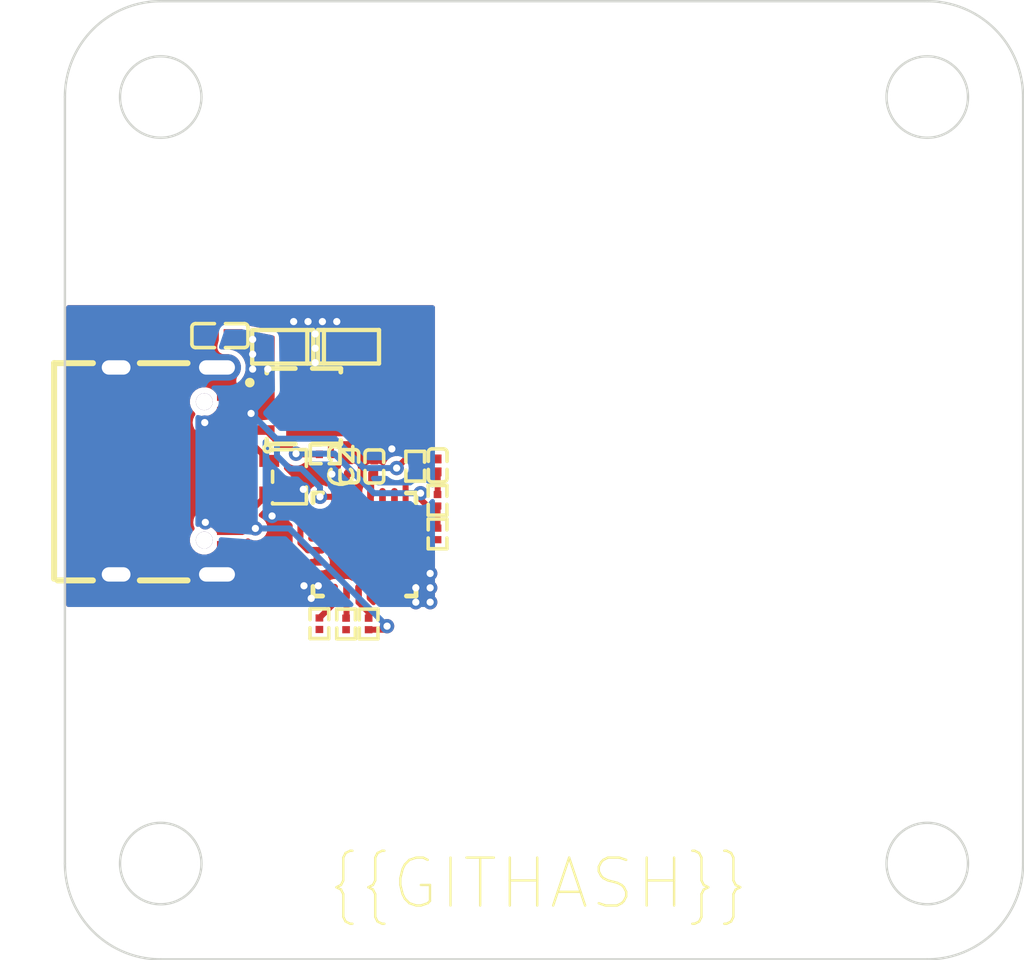
<source format=kicad_pcb>
(kicad_pcb (version 20240108) (generator "pcbnew") (generator_version "8.0")
  (layers (0 "F.Cu" signal) (31 "B.Cu" signal) (34 "B.Paste" user) (35 "F.Paste" user) (36 "B.SilkS" user "B.Silkscreen") (37 "F.SilkS" user "F.Silkscreen") (38 "B.Mask" user) (39 "F.Mask" user) (44 "Edge.Cuts" user))
  (net 0 "")
  (net 1 "USB1-3")
  (net 2 "USB1-9")
  (net 3 "USB1-5-USB1-7")
  (net 4 "USB1-6-USB1-8")
  (net 5 "U1-14")
  (net 6 "U1-3")
  (net 7 "U1-17")
  (net 8 "U1-19")
  (net 9 "U1-15")
  (net 10 "U1-20")
  (net 11 "U1-11")
  (net 12 "GND")
  (net 13 "VBUS")
  (net 14 "CC1")
  (net 15 "CC2")
  (net 16 "VREG_1V2")
  (net 17 "VREG_2V7")
  (net 18 "VSINK_VCC")
  (net 19 "R1-2-U1-9")
  (net 20 "R2-2-R3-2")
  (net 21 "R4-2-U1-18")
  (net 22 "Q1-4-R5-1-R6-1-R7-1")
  (net 23 "R6-2-U1-16")
  (net 24 "C2-1-R7-2")
  (net 25 "I2C_SCL")
  (net 26 "I2C_SDA")
  (footprint "lcsc:R0201" (layer "F.Cu") (at 144.908021 100.349183 -90)
    (property "Reference" "R6" (hide yes))
    (property "Value" "22.1kΩ ±1% 50mW")
    (fp_line (start -0.62 0.39) (end -0.62 -0.39) (stroke (width 0.15)) (layer "F.SilkS"))
    (fp_line (start -0.17 0.39) (end -0.62 0.39) (stroke (width 0.15)) (layer "F.SilkS"))
    (fp_line (start 0.17 0.39) (end 0.62 0.39) (stroke (width 0.15)) (layer "F.SilkS"))
    (fp_line (start 0.62 0.39) (end 0.62 -0.39) (stroke (width 0.15)) (layer "F.SilkS"))
    (fp_line (start -0.62 -0.39) (end -0.17 -0.39) (stroke (width 0.15)) (layer "F.SilkS"))
    (fp_line (start 0.62 -0.39) (end 0.17 -0.39) (stroke (width 0.15)) (layer "F.SilkS"))
    (pad "1" smd rect (at -0.24 0 270) (size 0.3 0.32) (layers "F.Cu" "F.Paste" "F.Mask") (net 22 "Q1-4-R5-1-R6-1-R7-1"))
    (pad "2" smd rect (at 0.24 0 270) (size 0.3 0.32) (layers "F.Cu" "F.Paste" "F.Mask") (net 23 "R6-2-U1-16"))
  )
  (footprint "lcsc:USB-C-SMD_TYPE-C-6PIN-2MD-073" (layer "F.Cu") (at 133.87 97.72 -90)
    (property "Reference" "USB1" (hide yes))
    (property "Value" "TYPE_C_16PIN_2MD073")
    (fp_line (start -4.5 4.97) (end -4.5 3.35) (stroke (width 0.25)) (layer "F.SilkS"))
    (fp_line (start 4.5 4.97) (end -4.5 4.97) (stroke (width 0.25)) (layer "F.SilkS"))
    (fp_line (start 4.57 4.82) (end 4.57 3.35) (stroke (width 0.25)) (layer "F.SilkS"))
    (fp_line (start -4.5 1.39) (end -4.5 -0.6) (stroke (width 0.25)) (layer "F.SilkS"))
    (fp_line (start 4.57 1.39) (end 4.57 -0.6) (stroke (width 0.25)) (layer "F.SilkS"))
    (pad "" thru_hole circle (at -2.89 -1.3 270) (size 0.7 0.7) (drill 0.7) (layers "*.Cu" "*.Mask"))
    (pad "" thru_hole circle (at 2.89 -1.3 270) (size 0.7 0.7) (drill 0.7) (layers "*.Cu" "*.Mask"))
    (pad "1" smd rect (at -3.2 -2.38 270) (size 0.55 1.1) (layers "F.Cu" "F.Paste" "F.Mask") (net 12 "GND"))
    (pad "2" smd rect (at -2.4 -2.38 270) (size 0.55 1.1) (layers "F.Cu" "F.Paste" "F.Mask") (net 13 "VBUS"))
    (pad "3" smd rect (at -1.75 -2.38 270) (size 0.3 1.1) (layers "F.Cu" "F.Paste" "F.Mask") (net 1 "USB1-3"))
    (pad "4" smd rect (at -1.25 -2.38 270) (size 0.3 1.1) (layers "F.Cu" "F.Paste" "F.Mask") (net 14 "CC1"))
    (pad "5" smd rect (at -0.75 -2.38 270) (size 0.3 1.1) (layers "F.Cu" "F.Paste" "F.Mask") (net 3 "USB1-5-USB1-7"))
    (pad "6" smd rect (at -0.25 -2.38 270) (size 0.3 1.1) (layers "F.Cu" "F.Paste" "F.Mask") (net 4 "USB1-6-USB1-8"))
    (pad "7" smd rect (at 0.25 -2.38 270) (size 0.3 1.1) (layers "F.Cu" "F.Paste" "F.Mask") (net 3 "USB1-5-USB1-7"))
    (pad "8" smd rect (at 0.75 -2.38 270) (size 0.3 1.1) (layers "F.Cu" "F.Paste" "F.Mask") (net 4 "USB1-6-USB1-8"))
    (pad "9" smd rect (at 1.25 -2.38 270) (size 0.3 1.1) (layers "F.Cu" "F.Paste" "F.Mask") (net 2 "USB1-9"))
    (pad "10" smd rect (at 1.75 -2.38 270) (size 0.3 1.1) (layers "F.Cu" "F.Paste" "F.Mask") (net 15 "CC2"))
    (pad "11" smd rect (at 2.4 -2.38 270) (size 0.55 1.1) (layers "F.Cu" "F.Paste" "F.Mask") (net 13 "VBUS"))
    (pad "12" smd rect (at 3.2 -2.38 270) (size 0.55 1.1) (layers "F.Cu" "F.Paste" "F.Mask") (net 12 "GND"))
    (pad "13" thru_hole oval (at -4.32 -1.83 270) (size 1.1 2) (drill oval 0.599999 1.499997) (layers "*.Cu" "*.Mask") (net 12 "GND"))
    (pad "13" thru_hole oval (at -4.32 2.38 270) (size 1.2 1.8) (drill oval 0.599999 1.199998) (layers "*.Cu" "*.Mask") (net 12 "GND"))
    (pad "14" thru_hole oval (at 4.32 -1.83 270) (size 1.1 2) (drill oval 0.599999 1.500022) (layers "*.Cu" "*.Mask") (net 12 "GND"))
    (pad "14" thru_hole oval (at 4.32 2.38 270) (size 1.2 1.8) (drill oval 0.599999 1.199998) (layers "*.Cu" "*.Mask") (net 12 "GND"))
  )
  (footprint "lcsc:QFN-24_L4.0-W4.0-P0.50-BL-EP2.8" (layer "F.Cu") (at 141.858748 100.781953 -90)
    (property "Reference" "U1" (hide yes))
    (property "Value" "STUSB4500QTR")
    (fp_line (start -2.14 2.15) (end -2.14 1.75) (stroke (width 0.2)) (layer "F.SilkS"))
    (fp_line (start -1.74 2.15) (end -2.14 2.15) (stroke (width 0.2)) (layer "F.SilkS"))
    (fp_line (start 2.16 2.15) (end 1.76 2.15) (stroke (width 0.2)) (layer "F.SilkS"))
    (fp_line (start 2.16 1.75) (end 2.16 2.15) (stroke (width 0.2)) (layer "F.SilkS"))
    (fp_line (start -2.14 -1.75) (end -2.14 -2.15) (stroke (width 0.2)) (layer "F.SilkS"))
    (fp_line (start 2.16 -1.75) (end 2.16 -2.15) (stroke (width 0.2)) (layer "F.SilkS"))
    (fp_line (start -2.14 -2.15) (end -1.74 -2.15) (stroke (width 0.2)) (layer "F.SilkS"))
    (fp_line (start 2.16 -2.15) (end 1.76 -2.15) (stroke (width 0.2)) (layer "F.SilkS"))
    (pad "1" smd oval (at -1.25 2 90) (size 0.28 0.7) (layers "F.Cu" "F.Paste" "F.Mask") (net 14 "CC1"))
    (pad "2" smd oval (at -0.75 2 90) (size 0.28 0.7) (layers "F.Cu" "F.Paste" "F.Mask") (net 14 "CC1"))
    (pad "3" smd oval (at -0.25 2 90) (size 0.28 0.7) (layers "F.Cu" "F.Paste" "F.Mask") (net 6 "U1-3"))
    (pad "4" smd oval (at 0.25 2 90) (size 0.28 0.7) (layers "F.Cu" "F.Paste" "F.Mask") (net 15 "CC2"))
    (pad "5" smd oval (at 0.75 2 90) (size 0.28 0.7) (layers "F.Cu" "F.Paste" "F.Mask") (net 15 "CC2"))
    (pad "6" smd oval (at 1.25 2 90) (size 0.28 0.7) (layers "F.Cu" "F.Paste" "F.Mask") (net 12 "GND"))
    (pad "7" smd oval (at 2 1.25) (size 0.28 0.7) (layers "F.Cu" "F.Paste" "F.Mask") (net 25 "I2C_SCL"))
    (pad "8" smd oval (at 2 0.75) (size 0.28 0.7) (layers "F.Cu" "F.Paste" "F.Mask") (net 26 "I2C_SDA"))
    (pad "9" smd oval (at 2 0.25) (size 0.28 0.7) (layers "F.Cu" "F.Paste" "F.Mask") (net 19 "R1-2-U1-9"))
    (pad "10" smd oval (at 2 -0.25) (size 0.28 0.7) (layers "F.Cu" "F.Paste" "F.Mask") (net 12 "GND"))
    (pad "11" smd oval (at 2 -0.75) (size 0.28 0.7) (layers "F.Cu" "F.Paste" "F.Mask") (net 11 "U1-11"))
    (pad "12" smd oval (at 2 -1.25) (size 0.28 0.7) (layers "F.Cu" "F.Paste" "F.Mask") (net 12 "GND"))
    (pad "13" smd oval (at 1.25 -2 90) (size 0.28 0.7) (layers "F.Cu" "F.Paste" "F.Mask") (net 12 "GND"))
    (pad "14" smd oval (at 0.75 -2 90) (size 0.28 0.7) (layers "F.Cu" "F.Paste" "F.Mask") (net 5 "U1-14"))
    (pad "15" smd oval (at 0.25 -2 90) (size 0.28 0.7) (layers "F.Cu" "F.Paste" "F.Mask") (net 9 "U1-15"))
    (pad "16" smd oval (at -0.25 -2 90) (size 0.28 0.7) (layers "F.Cu" "F.Paste" "F.Mask") (net 23 "R6-2-U1-16"))
    (pad "17" smd oval (at -0.75 -2 90) (size 0.28 0.7) (layers "F.Cu" "F.Paste" "F.Mask") (net 7 "U1-17"))
    (pad "18" smd oval (at -1.25 -2 90) (size 0.28 0.7) (layers "F.Cu" "F.Paste" "F.Mask") (net 21 "R4-2-U1-18"))
    (pad "19" smd oval (at -2 -1.25) (size 0.28 0.7) (layers "F.Cu" "F.Paste" "F.Mask") (net 8 "U1-19"))
    (pad "20" smd oval (at -2 -0.75) (size 0.28 0.7) (layers "F.Cu" "F.Paste" "F.Mask") (net 10 "U1-20"))
    (pad "21" smd oval (at -2 -0.25) (size 0.28 0.7) (layers "F.Cu" "F.Paste" "F.Mask") (net 16 "VREG_1V2"))
    (pad "22" smd oval (at -2 0.25) (size 0.28 0.7) (layers "F.Cu" "F.Paste" "F.Mask") (net 12 "GND"))
    (pad "23" smd oval (at -2 0.75) (size 0.28 0.7) (layers "F.Cu" "F.Paste" "F.Mask") (net 17 "VREG_2V7"))
    (pad "24" smd oval (at -2 1.25) (size 0.28 0.7) (layers "F.Cu" "F.Paste" "F.Mask") (net 13 "VBUS"))
    (pad "25" smd rect (at 0.01 0) (size 2.8 2.8) (layers "F.Cu" "F.Paste" "F.Mask") (net 12 "GND"))
  )
  (footprint "lcsc:C0402" (layer "F.Cu") (at 135.823345 92.070567)
    (property "Reference" "C1" (hide yes))
    (property "Value" "4.7µF ±20% 10V X5R")
    (fp_line (start -1.17 0.35) (end -1.17 -0.35) (stroke (width 0.15)) (layer "F.SilkS"))
    (fp_line (start -1.02 -0.5) (end -0.23 -0.5) (stroke (width 0.15)) (layer "F.SilkS"))
    (fp_line (start -0.23 0.5) (end -1.02 0.5) (stroke (width 0.15)) (layer "F.SilkS"))
    (fp_line (start 0.23 0.5) (end 1.02 0.5) (stroke (width 0.15)) (layer "F.SilkS"))
    (fp_line (start 1.02 -0.5) (end 0.23 -0.5) (stroke (width 0.15)) (layer "F.SilkS"))
    (fp_line (start 1.17 0.35) (end 1.17 -0.35) (stroke (width 0.15)) (layer "F.SilkS"))
    (fp_arc (start -1.17 -0.35) (mid -1.126066 -0.456066) (end -1.02 -0.5) (stroke (width 0.15)) (layer "F.SilkS"))
    (fp_arc (start -1.02 0.5) (mid -1.126066 0.456066) (end -1.17 0.35) (stroke (width 0.15)) (layer "F.SilkS"))
    (fp_arc (start 1.02 -0.5) (mid 1.126066 -0.456066) (end 1.17 -0.35) (stroke (width 0.15)) (layer "F.SilkS"))
    (fp_arc (start 1.17 0.35) (mid 1.126066 0.456066) (end 1.02 0.5) (stroke (width 0.15)) (layer "F.SilkS"))
    (pad "1" smd rect (at -0.55 0) (size 0.79 0.54) (layers "F.Cu" "F.Paste" "F.Mask") (net 12 "GND"))
    (pad "2" smd rect (at 0.55 0) (size 0.79 0.54) (layers "F.Cu" "F.Paste" "F.Mask") (net 13 "VBUS"))
  )
  (footprint "lcsc:C0201" (layer "F.Cu") (at 144.913695 97.48876 90)
    (property "Reference" "C2" (at 0 -4 90) (layer "F.SilkS"))
    (property "Value" "100nF ±10% 10V X5R")
    (fp_line (start 0.53 -0.39) (end 0.17 -0.39) (stroke (width 0.15)) (layer "F.SilkS"))
    (fp_line (start -0.53 -0.39) (end -0.17 -0.39) (stroke (width 0.15)) (layer "F.SilkS"))
    (fp_line (start 0.69 0.24) (end 0.69 -0.24) (stroke (width 0.15)) (layer "F.SilkS"))
    (fp_line (start -0.69 0.24) (end -0.69 -0.24) (stroke (width 0.15)) (layer "F.SilkS"))
    (fp_line (start 0.17 0.39) (end 0.53 0.39) (stroke (width 0.15)) (layer "F.SilkS"))
    (fp_line (start -0.17 0.39) (end -0.53 0.39) (stroke (width 0.15)) (layer "F.SilkS"))
    (fp_arc (start 0.53 -0.39) (mid 0.642835 -0.349658) (end 0.690333 -0.239643) (stroke (width 0.15)) (layer "F.SilkS"))
    (fp_arc (start -0.690333 -0.239643) (mid -0.642836 -0.349658) (end -0.53 -0.39) (stroke (width 0.15)) (layer "F.SilkS"))
    (fp_arc (start 0.69 0.24) (mid 0.642348 0.349658) (end 0.529667 0.389644) (stroke (width 0.15)) (layer "F.SilkS"))
    (fp_arc (start -0.529667 0.389644) (mid -0.642348 0.349659) (end -0.69 0.24) (stroke (width 0.15)) (layer "F.SilkS"))
    (pad "1" smd rect (at -0.27 0 90) (size 0.37 0.32) (layers "F.Cu" "F.Paste" "F.Mask") (net 24 "C2-1-R7-2"))
    (pad "2" smd rect (at 0.27 0 90) (size 0.37 0.32) (layers "F.Cu" "F.Paste" "F.Mask") (net 13 "VBUS"))
  )
  (footprint "lcsc:R0201" (layer "F.Cu") (at 140.215 97.025)
    (property "Reference" "R5" (hide yes))
    (property "Value" "100kΩ ±1% 50mW")
    (fp_line (start -0.62 -0.39) (end -0.17 -0.39) (stroke (width 0.15)) (layer "F.SilkS"))
    (fp_line (start -0.62 0.39) (end -0.62 -0.39) (stroke (width 0.15)) (layer "F.SilkS"))
    (fp_line (start -0.17 0.39) (end -0.62 0.39) (stroke (width 0.15)) (layer "F.SilkS"))
    (fp_line (start 0.17 0.39) (end 0.62 0.39) (stroke (width 0.15)) (layer "F.SilkS"))
    (fp_line (start 0.62 -0.39) (end 0.17 -0.39) (stroke (width 0.15)) (layer "F.SilkS"))
    (fp_line (start 0.62 0.39) (end 0.62 -0.39) (stroke (width 0.15)) (layer "F.SilkS"))
    (pad "1" smd rect (at -0.24 0) (size 0.3 0.32) (layers "F.Cu" "F.Paste" "F.Mask") (net 22 "Q1-4-R5-1-R6-1-R7-1"))
    (pad "2" smd rect (at 0.24 0) (size 0.3 0.32) (layers "F.Cu" "F.Paste" "F.Mask") (net 18 "VSINK_VCC"))
  )
  (footprint "lcsc:DFN1610-2_L1.6-W1.0-P1.05-RD" (layer "F.Cu") (at 141.313927 92.535801)
    (property "Reference" "D3" (hide yes))
    (property "Value" "")
    (fp_line (start -1.4 -0.7) (end -1.4 0.7) (stroke (width 0.18)) (layer "F.SilkS"))
    (fp_line (start -1.4 -0.7) (end 1.15 -0.7) (stroke (width 0.18)) (layer "F.SilkS"))
    (fp_line (start -1.4 0.7) (end 1.15 0.7) (stroke (width 0.18)) (layer "F.SilkS"))
    (fp_line (start -1.15 -0.7) (end -1.15 0.7) (stroke (width 0.18)) (layer "F.SilkS"))
    (fp_line (start 1.15 -0.7) (end 1.15 0.7) (stroke (width 0.18)) (layer "F.SilkS"))
    (pad "1" smd rect (at -0.52 0 90) (size 0.9 0.6) (layers "F.Cu" "F.Paste" "F.Mask") (net 12 "GND"))
    (pad "2" smd rect (at 0.52 0 90) (size 0.9 0.6) (layers "F.Cu" "F.Paste" "F.Mask") (net 18 "VSINK_VCC"))
  )
  (footprint "lcsc:R0201" (layer "F.Cu") (at 141.089191 104.10716 -90)
    (property "Reference" "R3" (hide yes))
    (property "Value" "4.64kΩ ±1% 50mW")
    (fp_line (start -0.62 0.39) (end -0.62 -0.39) (stroke (width 0.15)) (layer "F.SilkS"))
    (fp_line (start -0.17 0.39) (end -0.62 0.39) (stroke (width 0.15)) (layer "F.SilkS"))
    (fp_line (start 0.17 0.39) (end 0.62 0.39) (stroke (width 0.15)) (layer "F.SilkS"))
    (fp_line (start 0.62 0.39) (end 0.62 -0.39) (stroke (width 0.15)) (layer "F.SilkS"))
    (fp_line (start -0.62 -0.39) (end -0.17 -0.39) (stroke (width 0.15)) (layer "F.SilkS"))
    (fp_line (start 0.62 -0.39) (end 0.17 -0.39) (stroke (width 0.15)) (layer "F.SilkS"))
    (pad "1" smd rect (at -0.24 0 270) (size 0.3 0.32) (layers "F.Cu" "F.Paste" "F.Mask") (net 26 "I2C_SDA"))
    (pad "2" smd rect (at 0.24 0 270) (size 0.3 0.32) (layers "F.Cu" "F.Paste" "F.Mask") (net 20 "R2-2-R3-2"))
  )
  (footprint "lcsc:R0201" (layer "F.Cu") (at 144.906718 98.944587 90)
    (property "Reference" "R7" (hide yes))
    (property "Value" "100Ω ±1% 50mW")
    (fp_line (start 0.62 -0.39) (end 0.17 -0.39) (stroke (width 0.15)) (layer "F.SilkS"))
    (fp_line (start -0.62 -0.39) (end -0.17 -0.39) (stroke (width 0.15)) (layer "F.SilkS"))
    (fp_line (start 0.62 0.39) (end 0.62 -0.39) (stroke (width 0.15)) (layer "F.SilkS"))
    (fp_line (start 0.17 0.39) (end 0.62 0.39) (stroke (width 0.15)) (layer "F.SilkS"))
    (fp_line (start -0.17 0.39) (end -0.62 0.39) (stroke (width 0.15)) (layer "F.SilkS"))
    (fp_line (start -0.62 0.39) (end -0.62 -0.39) (stroke (width 0.15)) (layer "F.SilkS"))
    (pad "1" smd rect (at -0.24 0 90) (size 0.3 0.32) (layers "F.Cu" "F.Paste" "F.Mask") (net 22 "Q1-4-R5-1-R6-1-R7-1"))
    (pad "2" smd rect (at 0.24 0 90) (size 0.3 0.32) (layers "F.Cu" "F.Paste" "F.Mask") (net 24 "C2-1-R7-2"))
  )
  (footprint "lcsc:SOT-323-3_L2.1-W1.3-P1.32-LS2.1-BR" (layer "F.Cu") (at 138.721411 97.960972 180)
    (property "Reference" "D1" (hide yes))
    (property "Value" "ESDA25W")
    (fp_line (start 0.7 1.13) (end -0.71 1.13) (stroke (width 0.15)) (layer "F.SilkS"))
    (fp_line (start 0.7 1.09) (end 0.7 1.13) (stroke (width 0.15)) (layer "F.SilkS"))
    (fp_line (start 0.7 -0.23) (end 0.7 0.23) (stroke (width 0.15)) (layer "F.SilkS"))
    (fp_line (start 0.7 -1.13) (end 0.7 -1.09) (stroke (width 0.15)) (layer "F.SilkS"))
    (fp_line (start 0.7 -1.13) (end -0.71 -1.13) (stroke (width 0.15)) (layer "F.SilkS"))
    (fp_line (start -0.71 1.13) (end -0.71 0.43) (stroke (width 0.15)) (layer "F.SilkS"))
    (fp_line (start -0.71 -0.43) (end -0.71 -0.9) (stroke (width 0.15)) (layer "F.SilkS"))
    (fp_line (start -0.71 -1.13) (end -0.71 -0.9) (stroke (width 0.15)) (layer "F.SilkS"))
    (fp_circle (center 0.91 1.18) (end 0.98 1.18) (stroke (width 0.15)) (fill none) (layer "F.SilkS"))
    (pad "1" smd rect (at 0.84 0.66 270) (size 0.5 0.83) (layers "F.Cu" "F.Paste" "F.Mask") (net 14 "CC1"))
    (pad "2" smd rect (at 0.84 -0.66 270) (size 0.5 0.83) (layers "F.Cu" "F.Paste" "F.Mask") (net 15 "CC2"))
    (pad "3" smd rect (at -0.84 0 270) (size 0.5 0.83) (layers "F.Cu" "F.Paste" "F.Mask") (net 12 "GND"))
  )
  (footprint "lcsc:PDFN3333-8_L3.1-W3.2-P0.65-LS3.4-BL" (layer "F.Cu") (at 139.258827 95.032533 -90)
    (property "Reference" "Q1" (hide yes))
    (property "Value" "MOSFET")
    (fp_line (start -1.59 1.48) (end -1.4 1.48) (stroke (width 0.2)) (layer "F.SilkS"))
    (fp_line (start -1.59 1.48) (end -1.59 0.29) (stroke (width 0.2)) (layer "F.SilkS"))
    (fp_line (start 1.36 1.48) (end 1.56 1.49) (stroke (width 0.2)) (layer "F.SilkS"))
    (fp_line (start 1.56 0.29) (end 1.56 1.49) (stroke (width 0.2)) (layer "F.SilkS"))
    (fp_line (start -1.59 -0.42) (end -1.59 -1.61) (stroke (width 0.2)) (layer "F.SilkS"))
    (fp_line (start -1.59 -1.61) (end -1.44 -1.61) (stroke (width 0.2)) (layer "F.SilkS"))
    (fp_line (start 1.42 -1.61) (end 1.56 -1.61) (stroke (width 0.2)) (layer "F.SilkS"))
    (fp_line (start 1.56 -1.61) (end 1.56 -0.42) (stroke (width 0.2)) (layer "F.SilkS"))
    (fp_circle (center -1 2.19) (end -0.9 2.19) (stroke (width 0.2)) (fill none) (layer "F.SilkS"))
    (pad "1" smd rect (at -0.98 1.53 90) (size 0.4 0.75) (layers "F.Cu" "F.Paste" "F.Mask") (net 13 "VBUS"))
    (pad "2" smd rect (at -0.32 1.53 90) (size 0.4 0.75) (layers "F.Cu" "F.Paste" "F.Mask") (net 13 "VBUS"))
    (pad "3" smd rect (at 0.33 1.53 90) (size 0.4 0.75) (layers "F.Cu" "F.Paste" "F.Mask") (net 13 "VBUS"))
    (pad "4" smd rect (at 0.98 1.53 90) (size 0.4 0.75) (layers "F.Cu" "F.Paste" "F.Mask") (net 22 "Q1-4-R5-1-R6-1-R7-1"))
    (pad "5" smd rect (at 0.98 -1.53 90) (size 0.4 0.8) (layers "F.Cu" "F.Paste" "F.Mask") (net 18 "VSINK_VCC"))
    (pad "6" smd rect (at 0.33 -1.53 90) (size 0.4 0.8) (layers "F.Cu" "F.Paste" "F.Mask") (net 18 "VSINK_VCC"))
    (pad "7" smd rect (at -0.32 -1.53 90) (size 0.4 0.8) (layers "F.Cu" "F.Paste" "F.Mask") (net 18 "VSINK_VCC"))
    (pad "8" smd rect (at -0.98 -1.53 90) (size 0.4 0.8) (layers "F.Cu" "F.Paste" "F.Mask") (net 18 "VSINK_VCC"))
    (pad "9" smd rect (at 0 -0.33 270) (size 2.6 2) (layers "F.Cu" "F.Paste" "F.Mask") (net 18 "VSINK_VCC"))
  )
  (footprint "lcsc:DFN1610-2_L1.6-W1.0-P1.05-RD" (layer "F.Cu") (at 138.318654 92.53731 180)
    (property "Reference" "D2" (hide yes))
    (property "Value" "")
    (fp_line (start 1.15 -0.7) (end 1.15 0.7) (stroke (width 0.18)) (layer "F.SilkS"))
    (fp_line (start -1.15 -0.7) (end -1.15 0.7) (stroke (width 0.18)) (layer "F.SilkS"))
    (fp_line (start -1.4 0.7) (end 1.15 0.7) (stroke (width 0.18)) (layer "F.SilkS"))
    (fp_line (start -1.4 -0.7) (end 1.15 -0.7) (stroke (width 0.18)) (layer "F.SilkS"))
    (fp_line (start -1.4 -0.7) (end -1.4 0.7) (stroke (width 0.18)) (layer "F.SilkS"))
    (pad "1" smd rect (at -0.52 0 270) (size 0.9 0.6) (layers "F.Cu" "F.Paste" "F.Mask") (net 12 "GND"))
    (pad "2" smd rect (at 0.52 0 270) (size 0.9 0.6) (layers "F.Cu" "F.Paste" "F.Mask") (net 13 "VBUS"))
  )
  (footprint "lcsc:R0201" (layer "F.Cu") (at 139.975503 104.098014 -90)
    (property "Reference" "R2" (hide yes))
    (property "Value" "4.64kΩ ±1% 50mW")
    (fp_line (start -0.62 0.39) (end -0.62 -0.39) (stroke (width 0.15)) (layer "F.SilkS"))
    (fp_line (start -0.17 0.39) (end -0.62 0.39) (stroke (width 0.15)) (layer "F.SilkS"))
    (fp_line (start 0.17 0.39) (end 0.62 0.39) (stroke (width 0.15)) (layer "F.SilkS"))
    (fp_line (start 0.62 0.39) (end 0.62 -0.39) (stroke (width 0.15)) (layer "F.SilkS"))
    (fp_line (start -0.62 -0.39) (end -0.17 -0.39) (stroke (width 0.15)) (layer "F.SilkS"))
    (fp_line (start 0.62 -0.39) (end 0.17 -0.39) (stroke (width 0.15)) (layer "F.SilkS"))
    (pad "1" smd rect (at -0.24 0 270) (size 0.3 0.32) (layers "F.Cu" "F.Paste" "F.Mask") (net 25 "I2C_SCL"))
    (pad "2" smd rect (at 0.24 0 270) (size 0.3 0.32) (layers "F.Cu" "F.Paste" "F.Mask") (net 20 "R2-2-R3-2"))
  )
  (footprint "lcsc:C0201" (layer "F.Cu") (at 141.224769 97.522715 -90)
    (property "Reference" "C4" (hide yes))
    (property "Value" "1µF ±20% 6.3V X5R")
    (fp_line (start -0.17 0.39) (end -0.53 0.39) (stroke (width 0.15)) (layer "F.SilkS"))
    (fp_line (start 0.17 0.39) (end 0.53 0.39) (stroke (width 0.15)) (layer "F.SilkS"))
    (fp_line (start -0.69 0.24) (end -0.69 -0.24) (stroke (width 0.15)) (layer "F.SilkS"))
    (fp_line (start 0.69 0.24) (end 0.69 -0.24) (stroke (width 0.15)) (layer "F.SilkS"))
    (fp_line (start -0.53 -0.39) (end -0.17 -0.39) (stroke (width 0.15)) (layer "F.SilkS"))
    (fp_line (start 0.53 -0.39) (end 0.17 -0.39) (stroke (width 0.15)) (layer "F.SilkS"))
    (fp_arc (start -0.529667 0.389644) (mid -0.642348 0.349659) (end -0.69 0.24) (stroke (width 0.15)) (layer "F.SilkS"))
    (fp_arc (start 0.69 0.24) (mid 0.642348 0.349658) (end 0.529667 0.389644) (stroke (width 0.15)) (layer "F.SilkS"))
    (fp_arc (start -0.690333 -0.239643) (mid -0.642836 -0.349658) (end -0.53 -0.39) (stroke (width 0.15)) (layer "F.SilkS"))
    (fp_arc (start 0.53 -0.39) (mid 0.642835 -0.349658) (end 0.690333 -0.239643) (stroke (width 0.15)) (layer "F.SilkS"))
    (pad "1" smd rect (at -0.27 0 270) (size 0.37 0.32) (layers "F.Cu" "F.Paste" "F.Mask") (net 12 "GND"))
    (pad "2" smd rect (at 0.27 0 270) (size 0.37 0.32) (layers "F.Cu" "F.Paste" "F.Mask") (net 17 "VREG_2V7"))
  )
  (footprint "lcsc:R0201" (layer "F.Cu") (at 143.97518 97.522353 -90)
    (property "Reference" "R4" (hide yes))
    (property "Value" "1kΩ ±1% 50mW")
    (fp_line (start -0.62 0.39) (end -0.62 -0.39) (stroke (width 0.15)) (layer "F.SilkS"))
    (fp_line (start -0.17 0.39) (end -0.62 0.39) (stroke (width 0.15)) (layer "F.SilkS"))
    (fp_line (start 0.17 0.39) (end 0.62 0.39) (stroke (width 0.15)) (layer "F.SilkS"))
    (fp_line (start 0.62 0.39) (end 0.62 -0.39) (stroke (width 0.15)) (layer "F.SilkS"))
    (fp_line (start -0.62 -0.39) (end -0.17 -0.39) (stroke (width 0.15)) (layer "F.SilkS"))
    (fp_line (start 0.62 -0.39) (end 0.17 -0.39) (stroke (width 0.15)) (layer "F.SilkS"))
    (pad "1" smd rect (at -0.24 0 270) (size 0.3 0.32) (layers "F.Cu" "F.Paste" "F.Mask") (net 13 "VBUS"))
    (pad "2" smd rect (at 0.24 0 270) (size 0.3 0.32) (layers "F.Cu" "F.Paste" "F.Mask") (net 21 "R4-2-U1-18"))
  )
  (footprint "lcsc:C0201" (layer "F.Cu") (at 142.269381 97.533815 -90)
    (property "Reference" "C3" (hide yes))
    (property "Value" "1µF ±20% 6.3V X5R")
    (fp_line (start -0.17 0.39) (end -0.53 0.39) (stroke (width 0.15)) (layer "F.SilkS"))
    (fp_line (start 0.17 0.39) (end 0.53 0.39) (stroke (width 0.15)) (layer "F.SilkS"))
    (fp_line (start -0.69 0.24) (end -0.69 -0.24) (stroke (width 0.15)) (layer "F.SilkS"))
    (fp_line (start 0.69 0.24) (end 0.69 -0.24) (stroke (width 0.15)) (layer "F.SilkS"))
    (fp_line (start -0.53 -0.39) (end -0.17 -0.39) (stroke (width 0.15)) (layer "F.SilkS"))
    (fp_line (start 0.53 -0.39) (end 0.17 -0.39) (stroke (width 0.15)) (layer "F.SilkS"))
    (fp_arc (start -0.529667 0.389644) (mid -0.642348 0.349659) (end -0.69 0.24) (stroke (width 0.15)) (layer "F.SilkS"))
    (fp_arc (start 0.69 0.24) (mid 0.642348 0.349658) (end 0.529667 0.389644) (stroke (width 0.15)) (layer "F.SilkS"))
    (fp_arc (start -0.690333 -0.239643) (mid -0.642836 -0.349658) (end -0.53 -0.39) (stroke (width 0.15)) (layer "F.SilkS"))
    (fp_arc (start 0.53 -0.39) (mid 0.642835 -0.349658) (end 0.690333 -0.239643) (stroke (width 0.15)) (layer "F.SilkS"))
    (pad "1" smd rect (at -0.27 0 270) (size 0.37 0.32) (layers "F.Cu" "F.Paste" "F.Mask") (net 12 "GND"))
    (pad "2" smd rect (at 0.27 0 270) (size 0.37 0.32) (layers "F.Cu" "F.Paste" "F.Mask") (net 16 "VREG_1V2"))
  )
  (footprint "lcsc:R0201" (layer "F.Cu") (at 142.03069 104.107362 90)
    (property "Reference" "R1" (hide yes))
    (property "Value" "1kΩ ±1% 50mW")
    (fp_line (start 0.62 -0.39) (end 0.17 -0.39) (stroke (width 0.15)) (layer "F.SilkS"))
    (fp_line (start -0.62 -0.39) (end -0.17 -0.39) (stroke (width 0.15)) (layer "F.SilkS"))
    (fp_line (start 0.62 0.39) (end 0.62 -0.39) (stroke (width 0.15)) (layer "F.SilkS"))
    (fp_line (start 0.17 0.39) (end 0.62 0.39) (stroke (width 0.15)) (layer "F.SilkS"))
    (fp_line (start -0.17 0.39) (end -0.62 0.39) (stroke (width 0.15)) (layer "F.SilkS"))
    (fp_line (start -0.62 0.39) (end -0.62 -0.39) (stroke (width 0.15)) (layer "F.SilkS"))
    (pad "1" smd rect (at -0.24 0 90) (size 0.3 0.32) (layers "F.Cu" "F.Paste" "F.Mask") (net 13 "VBUS"))
    (pad "2" smd rect (at 0.24 0 90) (size 0.3 0.32) (layers "F.Cu" "F.Paste" "F.Mask") (net 19 "R1-2-U1-9"))
  )
  (gr_circle (center 133.352 82.11) (end 135.052 82.11) (stroke (width 0.1)) (fill none) (layer "Edge.Cuts"))
  (gr_circle (center 165.352 114.11) (end 167.052 114.11) (stroke (width 0.1)) (fill none) (layer "Edge.Cuts"))
  (gr_circle (center 165.352 82.11) (end 167.052 82.11) (stroke (width 0.1)) (fill none) (layer "Edge.Cuts"))
  (gr_arc (start 169.352 114.11) (mid 168.180427 116.938427) (end 165.352 118.11) (stroke (width 0.1)) (layer "Edge.Cuts"))
  (gr_arc (start 133.352 118.11) (mid 130.523573 116.938427) (end 129.352 114.11) (stroke (width 0.1)) (layer "Edge.Cuts"))
  (gr_line (start 169.352 114.11) (end 169.352 82.11) (stroke (width 0.1)) (layer "Edge.Cuts"))
  (gr_line (start 129.352 82.11) (end 129.352 114.11) (stroke (width 0.1)) (layer "Edge.Cuts"))
  (gr_arc (start 165.352 78.11) (mid 168.180427 79.281573) (end 169.352 82.11) (stroke (width 0.1)) (layer "Edge.Cuts"))
  (gr_line (start 165.352 78.11) (end 133.352 78.11) (stroke (width 0.1)) (layer "Edge.Cuts"))
  (gr_arc (start 129.352 82.11) (mid 130.523573 79.281573) (end 133.352 78.11) (stroke (width 0.1)) (layer "Edge.Cuts"))
  (gr_circle (center 133.352 114.11) (end 135.052 114.11) (stroke (width 0.1)) (fill none) (layer "Edge.Cuts"))
  (gr_line (start 133.352 118.11) (end 165.352 118.11) (stroke (width 0.1)) (layer "Edge.Cuts"))
  (gr_text "{{GITHASH}}" (at 140.240427 116.111573 0) (layer "F.SilkS") (effects (font (size 2 2) (thickness 0.1)) (justify left bottom)))
  (segment (start 136.25 97.97) (end 135.4 97.97) (width 0.25) (layer "F.Cu") (net 3))
  (segment (start 135.375 97.945) (end 135.375 96.995) (width 0.25) (layer "F.Cu") (net 3))
  (segment (start 135.4 97.97) (end 135.375 97.945) (width 0.25) (layer "F.Cu") (net 3))
  (segment (start 135.375 96.995) (end 135.4 96.97) (width 0.25) (layer "F.Cu") (net 3))
  (segment (start 135.4 96.97) (end 136.25 96.97) (width 0.25) (layer "F.Cu") (net 3))
  (segment (start 137.125 97.495) (end 137.1 97.47) (width 0.25) (layer "F.Cu") (net 4))
  (segment (start 137.125 98.445) (end 137.125 97.495) (width 0.25) (layer "F.Cu") (net 4))
  (segment (start 136.25 98.47) (end 137.1 98.47) (width 0.25) (layer "F.Cu") (net 4))
  (segment (start 137.1 98.47) (end 137.125 98.445) (width 0.25) (layer "F.Cu") (net 4))
  (segment (start 137.1 97.47) (end 136.25 97.47) (width 0.25) (layer "F.Cu") (net 4))
  (segment (start 141.608748 98.781953) (end 141.608748 100.541953) (width 0.25) (layer "F.Cu") (net 12))
  (segment (start 143.098748 102.031953) (end 141.858748 100.791953) (width 0.25) (layer "F.Cu") (net 12))
  (segment (start 140.618748 102.031953) (end 141.858748 100.791953) (width 0.25) (layer "F.Cu") (net 12))
  (segment (start 143.858748 102.031953) (end 143.098748 102.031953) (width 0.25) (layer "F.Cu") (net 12))
  (segment (start 140.387562 97.960972) (end 139.561411 97.960972) (width 0.25) (layer "F.Cu") (net 12))
  (segment (start 143.108748 102.041953) (end 141.858748 100.791953) (width 0.25) (layer "F.Cu") (net 12))
  (segment (start 143.108748 102.781953) (end 143.108748 102.041953) (width 0.25) (layer "F.Cu") (net 12))
  (segment (start 139.858748 102.031953) (end 140.618748 102.031953) (width 0.25) (layer "F.Cu") (net 12))
  (segment (start 142.108748 101.041953) (end 141.858748 100.791953) (width 0.25) (layer "F.Cu") (net 12))
  (segment (start 141.608748 100.541953) (end 141.858748 100.791953) (width 0.25) (layer "F.Cu") (net 12))
  (segment (start 140.496195 97.852339) (end 140.387562 97.960972) (width 0.25) (layer "F.Cu") (net 12))
  (segment (start 142.108748 102.781953) (end 142.108748 101.041953) (width 0.25) (layer "F.Cu") (net 12))
  (via (at 139.304172 98.487458) (size 0.6) (drill 0.3) (layers "F.Cu" "B.Cu") (net 12))
  (via (at 144.6 102) (size 0.6) (drill 0.3) (layers "F.Cu" "B.Cu") (net 12))
  (via (at 139.8 92) (size 0.6) (drill 0.3) (layers "F.Cu" "B.Cu") (net 12))
  (via (at 144.6 102.6) (size 0.6) (drill 0.3) (layers "F.Cu" "B.Cu") (net 12))
  (via (at 140.496195 97.852339) (size 0.6) (drill 0.3) (layers "F.Cu" "B.Cu") (net 12))
  (via (at 139.332016 102.514222) (size 0.6) (drill 0.3) (layers "F.Cu" "B.Cu") (net 12))
  (via (at 143 96.8) (size 0.6) (drill 0.3) (layers "F.Cu" "B.Cu") (net 12))
  (via (at 139.634315 103.039424) (size 0.6) (drill 0.3) (layers "F.Cu" "B.Cu") (net 12))
  (via (at 139.500772 91.484882) (size 0.6) (drill 0.3) (layers "F.Cu" "B.Cu") (net 12))
  (via (at 138.900772 91.484882) (size 0.6) (drill 0.3) (layers "F.Cu" "B.Cu") (net 12))
  (via (at 144 102.6) (size 0.6) (drill 0.3) (layers "F.Cu" "B.Cu") (net 12))
  (via (at 140.700772 91.484882) (size 0.6) (drill 0.3) (layers "F.Cu" "B.Cu") (net 12))
  (via (at 139.8 92.6) (size 0.6) (drill 0.3) (layers "F.Cu" "B.Cu") (net 12))
  (via (at 144 103.2) (size 0.6) (drill 0.3) (layers "F.Cu" "B.Cu") (net 12))
  (via (at 139.928174 102.515587) (size 0.6) (drill 0.3) (layers "F.Cu" "B.Cu") (net 12))
  (via (at 144.6 103.2) (size 0.6) (drill 0.3) (layers "F.Cu" "B.Cu") (net 12))
  (via (at 140.100772 91.484882) (size 0.6) (drill 0.3) (layers "F.Cu" "B.Cu") (net 12))
  (via (at 139.8 93.2) (size 0.6) (drill 0.3) (layers "F.Cu" "B.Cu") (net 12))
  (via (at 138 99.6) (size 0.6) (drill 0.3) (layers "F.Cu" "B.Cu") (net 12))
  (segment (start 140 98.8) (end 140.590701 98.8) (width 0.25) (layer "F.Cu") (net 13))
  (segment (start 144.086722 97.248054) (end 143.551946 97.248054) (width 0.25) (layer "F.Cu") (net 13))
  (segment (start 140.590701 98.8) (end 140.608748 98.781953) (width 0.25) (layer "F.Cu") (net 13))
  (segment (start 142.03069 104.347362) (end 142.652638 104.347362) (width 0.25) (layer "F.Cu") (net 13))
  (segment (start 142.652638 104.347362) (end 142.8 104.2) (width 0.25) (layer "F.Cu") (net 13))
  (segment (start 144.038773 97.21876) (end 143.97518 97.282353) (width 0.25) (layer "F.Cu") (net 13))
  (segment (start 144.913695 97.21876) (end 144.038773 97.21876) (width 0.25) (layer "F.Cu") (net 13))
  (segment (start 137.123465 95.32) (end 136.25 95.32) (width 0.25) (layer "F.Cu") (net 13))
  (segment (start 143.551946 97.248054) (end 143.2 97.6) (width 0.25) (layer "F.Cu") (net 13))
  (via (at 135.189103 95.700767) (size 0.6) (drill 0.3) (layers "F.Cu" "B.Cu") (net 13))
  (via (at 135.21419 99.867439) (size 0.6) (drill 0.3) (layers "F.Cu" "B.Cu") (net 13))
  (via (at 137.188716 93.469115) (size 0.6) (drill 0.3) (layers "F.Cu" "B.Cu") (net 13))
  (via (at 137.188716 92.227638) (size 0.6) (drill 0.3) (layers "F.Cu" "B.Cu") (net 13))
  (via (at 137.821823 93.469115) (size 0.6) (drill 0.3) (layers "F.Cu" "B.Cu") (net 13))
  (via (at 137.123465 95.32) (size 0.6) (drill 0.3) (layers "F.Cu" "B.Cu") (net 13))
  (via (at 140 98.8) (size 0.6) (drill 0.3) (layers "F.Cu" "B.Cu") (net 13))
  (via (at 142.8 104.2) (size 0.6) (drill 0.3) (layers "F.Cu" "B.Cu") (net 13))
  (via (at 137.188716 92.84598) (size 0.6) (drill 0.3) (layers "F.Cu" "B.Cu") (net 13))
  (via (at 137.303244 100.119928) (size 0.6) (drill 0.3) (layers "F.Cu" "B.Cu") (net 13))
  (via (at 143.2 97.6) (size 0.6) (drill 0.3) (layers "F.Cu" "B.Cu") (net 13))
  (segment (start 139.225 97.625) (end 138.741116 97.625) (width 0.25) (layer "B.Cu") (net 13))
  (segment (start 138.203465 97.087349) (end 138.203465 96.4) (width 0.25) (layer "B.Cu") (net 13))
  (segment (start 140 98.8) (end 140 98.4) (width 0.25) (layer "B.Cu") (net 13))
  (segment (start 141.836396 97.6) (end 143.2 97.6) (width 0.25) (layer "B.Cu") (net 13))
  (segment (start 142.8 104.2) (end 138.719928 100.119928) (width 0.25) (layer "B.Cu") (net 13))
  (segment (start 138.719928 100.119928) (end 137.303244 100.119928) (width 0.25) (layer "B.Cu") (net 13))
  (segment (start 137.123465 95.32) (end 138.203465 96.4) (width 0.25) (layer "B.Cu") (net 13))
  (segment (start 140 98.4) (end 139.225 97.625) (width 0.25) (layer "B.Cu") (net 13))
  (segment (start 140.611396 96.375) (end 141.836396 97.6) (width 0.25) (layer "B.Cu") (net 13))
  (segment (start 138.228465 96.375) (end 140.611396 96.375) (width 0.25) (layer "B.Cu") (net 13))
  (segment (start 138.203465 96.4) (end 138.228465 96.375) (width 0.25) (layer "B.Cu") (net 13))
  (segment (start 138.741116 97.625) (end 138.203465 97.087349) (width 0.25) (layer "B.Cu") (net 13))
  (segment (start 139.858748 99.531953) (end 139.531953 99.531953) (width 0.25) (layer "F.Cu") (net 14))
  (segment (start 138.621411 98.231191) (end 137.881411 97.491191) (width 0.25) (layer "F.Cu") (net 14))
  (segment (start 137.881411 97.491191) (end 137.881411 97.300972) (width 0.25) (layer "F.Cu") (net 14))
  (segment (start 137.050439 96.47) (end 136.25 96.47) (width 0.25) (layer "F.Cu") (net 14))
  (segment (start 139.858748 100.031953) (end 139.858748 99.531953) (width 0.25) (layer "F.Cu") (net 14))
  (segment (start 139.531953 99.531953) (end 138.621411 98.621411) (width 0.25) (layer "F.Cu") (net 14))
  (segment (start 138.621411 98.621411) (end 138.621411 98.231191) (width 0.25) (layer "F.Cu") (net 14))
  (segment (start 137.881411 97.300972) (end 137.050439 96.47) (width 0.25) (layer "F.Cu") (net 14))
  (segment (start 139.858748 101.031953) (end 139.858748 101.531953) (width 0.25) (layer "F.Cu") (net 15))
  (segment (start 137.881411 98.620972) (end 137.032383 99.47) (width 0.25) (layer "F.Cu") (net 15))
  (segment (start 137.032383 99.47) (end 136.25 99.47) (width 0.25) (layer "F.Cu") (net 15))
  (segment (start 137.984576 98.620972) (end 137.881411 98.620972) (width 0.25) (layer "F.Cu") (net 15))
  (segment (start 139.183748 99.820144) (end 137.984576 98.620972) (width 0.25) (layer "F.Cu") (net 15))
  (segment (start 139.491139 101.031953) (end 139.183748 100.724562) (width 0.25) (layer "F.Cu") (net 15))
  (segment (start 139.858748 101.031953) (end 139.491139 101.031953) (width 0.25) (layer "F.Cu") (net 15))
  (segment (start 139.183748 100.724562) (end 139.183748 99.820144) (width 0.25) (layer "F.Cu") (net 15))
  (segment (start 142.136687 97.807838) (end 142.136687 98.754014) (width 0.25) (layer "F.Cu") (net 16))
  (segment (start 142.136687 98.754014) (end 142.108748 98.781953) (width 0.25) (layer "F.Cu") (net 16))
  (segment (start 141.121195 98.769506) (end 141.108748 98.781953) (width 0.25) (layer "F.Cu") (net 17))
  (segment (start 141.121195 97.800931) (end 141.121195 98.769506) (width 0.25) (layer "F.Cu") (net 17))
  (segment (start 140.455 97.025) (end 140.455 95.898706) (width 0.25) (layer "F.Cu") (net 18))
  (segment (start 140.455 95.898706) (end 139.588827 95.032533) (width 0.25) (layer "F.Cu") (net 18))
  (segment (start 141.608748 102.781953) (end 141.608748 103.200136) (width 0.25) (layer "F.Cu") (net 19))
  (segment (start 141.608748 103.200136) (end 142.03069 103.622078) (width 0.25) (layer "F.Cu") (net 19))
  (segment (start 142.03069 103.622078) (end 142.03069 103.867362) (width 0.25) (layer "F.Cu") (net 19))
  (segment (start 143.573748 99.184562) (end 143.573748 98.241028) (width 0.25) (layer "F.Cu") (net 21))
  (segment (start 143.858748 99.531953) (end 143.542552 99.215757) (width 0.25) (layer "F.Cu") (net 21))
  (segment (start 143.542552 99.215757) (end 143.573748 99.184562) (width 0.25) (layer "F.Cu") (net 21))
  (segment (start 143.573748 98.241028) (end 144.086722 97.728054) (width 0.25) (layer "F.Cu") (net 21))
  (segment (start 144.483599 99.184587) (end 144.906718 99.184587) (width 0.25) (layer "F.Cu") (net 22))
  (segment (start 144.198748 98.64933) (end 144.198748 98.899736) (width 0.25) (layer "F.Cu") (net 22))
  (segment (start 139.025 97.025) (end 139 97) (width 0.25) (layer "F.Cu") (net 22))
  (segment (start 144.906718 99.184587) (end 144.908021 99.18589) (width 0.25) (layer "F.Cu") (net 22))
  (segment (start 144.198748 98.899736) (end 144.483599 99.184587) (width 0.25) (layer "F.Cu") (net 22))
  (segment (start 138.725972 96.725972) (end 139 97) (width 0.25) (layer "F.Cu") (net 22))
  (segment (start 139.975 97.025) (end 139.025 97.025) (width 0.25) (layer "F.Cu") (net 22))
  (segment (start 144.908021 99.18589) (end 144.908021 100.109183) (width 0.25) (layer "F.Cu") (net 22))
  (segment (start 138.442266 96.725972) (end 137.728827 96.012533) (width 0.25) (layer "F.Cu") (net 22))
  (segment (start 138.442266 96.725972) (end 138.725972 96.725972) (width 0.25) (layer "F.Cu") (net 22))
  (via (at 139 97) (size 0.6) (drill 0.3) (layers "F.Cu" "B.Cu") (net 22))
  (via (at 144.198748 98.64933) (size 0.6) (drill 0.3) (layers "F.Cu" "B.Cu") (net 22))
  (segment (start 142.24933 98.64933) (end 140.6 97) (width 0.25) (layer "B.Cu") (net 22))
  (segment (start 144.198748 98.64933) (end 142.24933 98.64933) (width 0.25) (layer "B.Cu") (net 22))
  (segment (start 140.6 97) (end 139 97) (width 0.25) (layer "B.Cu") (net 22))
  (segment (start 143.858748 100.531953) (end 144.331953 100.531953) (width 0.25) (layer "F.Cu") (net 23))
  (segment (start 144.331953 100.531953) (end 144.389183 100.589183) (width 0.25) (layer "F.Cu") (net 23))
  (segment (start 144.389183 100.589183) (end 144.908021 100.589183) (width 0.25) (layer "F.Cu") (net 23))
  (segment (start 144.913695 98.69761) (end 144.906718 98.704587) (width 0.25) (layer "F.Cu") (net 24))
  (segment (start 144.913695 97.75876) (end 144.913695 98.69761) (width 0.25) (layer "F.Cu") (net 24))
  (segment (start 140.608748 102.781953) (end 140.608748 103.224769) (width 0.25) (layer "F.Cu") (net 25))
  (segment (start 140.608748 103.224769) (end 139.975503 103.858014) (width 0.25) (layer "F.Cu") (net 25))
  (segment (start 140.621847 102.795052) (end 140.608748 102.781953) (width 0.25) (layer "F.Cu") (net 25))
  (segment (start 141.108748 102.781953) (end 141.108748 103.847603) (width 0.25) (layer "F.Cu") (net 26))
  (segment (start 141.108748 103.847603) (end 141.089191 103.86716) (width 0.25) (layer "F.Cu") (net 26))
  (zone (net 13) (net_name "VBUS") (layer "F.Cu") (priority 5) (connect_pads yes (clearance 0.2)) (min_thickness 0.2) (fill yes (thermal_gap 0.5) (thermal_bridge_width 0.5))
    (polygon (pts (xy 136.740733 91.810433) (xy 135.972166 92.324615) (xy 135.055845 95.814088) (xy 135.227979 95.857121) (xy 138.105441 95.548124) (xy 138.109193 92.074549)))
  )
  (zone (net 18) (net_name "VSINK_VCC") (layer "F.Cu") (priority 2) (connect_pads yes (clearance 0.2)) (min_thickness 0.2) (fill yes (thermal_gap 0.5) (thermal_bridge_width 0.5))
    (polygon (pts (xy 141.525372 92.090296) (xy 140.232349 93.808423) (xy 140.214636 96.279338) (xy 142.075229 96.261625) (xy 142.066373 92.116865)))
  )
  (zone (net 13) (net_name "VBUS") (layer "F.Cu") (connect_pads yes (clearance 0.2)) (min_thickness 0.2) (fill yes (thermal_gap 0.5) (thermal_bridge_width 0.5))
    (polygon (pts (xy 135.110345 99.571694) (xy 135.019468 100.038469) (xy 135.717565 100.393714) (xy 137.481398 100.377191) (xy 137.518575 99.881501)))
  )
  (zone (net 12) (net_name "GND") (layers "F&B.Cu") (priority 1) (connect_pads yes (clearance 0.2)) (min_thickness 0.2) (fill yes (thermal_gap 0.5) (thermal_bridge_width 0.5))
    (polygon (pts (xy 129.4 90.8) (xy 144.8 90.8) (xy 144.8 103.4) (xy 129.4 103.4)))
  )
  (zone (net 13) (net_name "VBUS") (layer "B.Cu") (priority 3) (connect_pads yes (clearance 0.2)) (min_thickness 0.2) (fill yes (thermal_gap 0.5) (thermal_bridge_width 0.5))
    (polygon (pts (xy 134.8 95.4) (xy 134.8 100.2) (xy 137.4 100.4) (xy 137.4 95.2) (xy 138.119867 94.388555) (xy 138.082479 92.070508) (xy 136.761441 91.808793) (xy 136.026147 91.808793)))
  )
)
</source>
